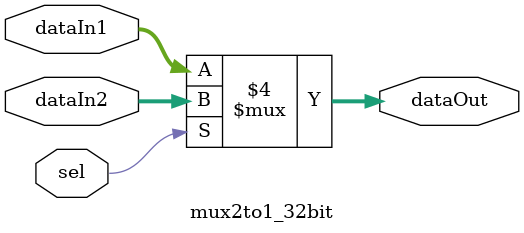
<source format=v>
module mux2to1_32bit(dataIn1, dataIn2, sel, dataOut);
input [31:0] dataIn1, dataIn2;
input sel;
output [31:0] dataOut;
reg [31:0] dataOut;

always @(dataIn1, dataIn2, sel) 
	begin
		if (sel == 0)
         dataOut = dataIn1;
       else
         dataOut = dataIn2;
   end
endmodule

</source>
